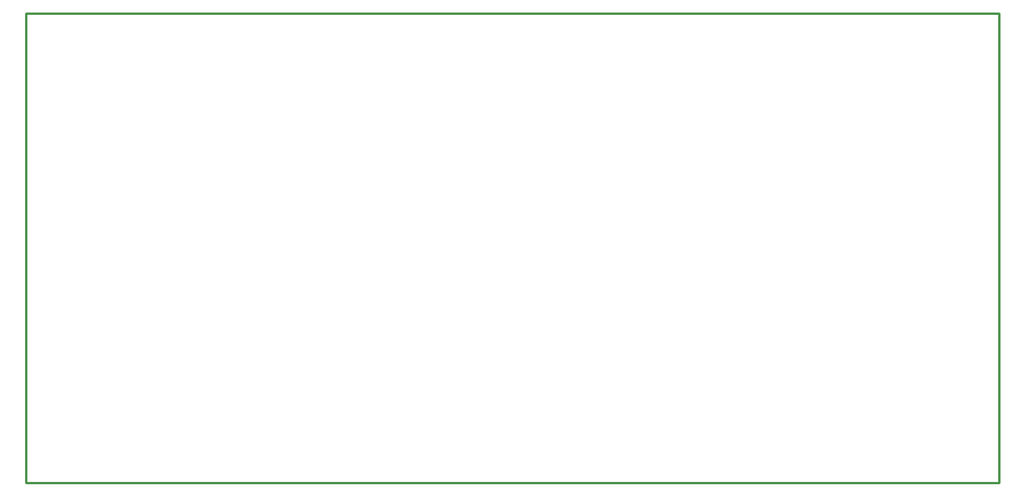
<source format=gbr>
G04 EAGLE Gerber RS-274X export*
G75*
%MOMM*%
%FSLAX34Y34*%
%LPD*%
%IN*%
%IPPOS*%
%AMOC8*
5,1,8,0,0,1.08239X$1,22.5*%
G01*
G04 Define Apertures*
%ADD10C,0.254000*%
D10*
X0Y0D02*
X1052300Y0D01*
X1052300Y508600D01*
X0Y508600D01*
X0Y0D01*
M02*

</source>
